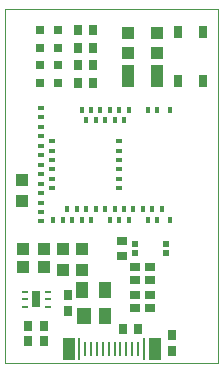
<source format=gtp>
G75*
%MOIN*%
%OFA0B0*%
%FSLAX25Y25*%
%IPPOS*%
%LPD*%
%AMOC8*
5,1,8,0,0,1.08239X$1,22.5*
%
%ADD10C,0.00000*%
%ADD11R,0.04252X0.04134*%
%ADD12R,0.04134X0.04252*%
%ADD13R,0.02913X0.03642*%
%ADD14R,0.03642X0.02913*%
%ADD15R,0.04134X0.07283*%
%ADD16R,0.00984X0.07283*%
%ADD17R,0.00984X0.04921*%
%ADD18R,0.03937X0.05669*%
%ADD19R,0.04724X0.05669*%
%ADD20R,0.03150X0.03150*%
%ADD21R,0.03543X0.02756*%
%ADD22R,0.02756X0.03543*%
%ADD23R,0.02559X0.04134*%
%ADD24R,0.02165X0.02165*%
%ADD25R,0.01575X0.02362*%
%ADD26R,0.02362X0.01575*%
%ADD27R,0.02953X0.05315*%
%ADD28R,0.02362X0.00787*%
%ADD29R,0.04331X0.07480*%
D10*
X0029754Y0037982D02*
X0029754Y0156093D01*
X0100620Y0156093D01*
X0100620Y0037982D01*
X0029754Y0037982D01*
D11*
X0049046Y0069183D03*
X0049046Y0076073D03*
X0055345Y0076073D03*
X0055345Y0069183D03*
X0035266Y0092018D03*
X0035266Y0098907D03*
X0070699Y0141230D03*
X0070699Y0148120D03*
X0080148Y0148120D03*
X0080148Y0141230D03*
D12*
X0042648Y0076171D03*
X0042648Y0069872D03*
X0035758Y0069872D03*
X0035758Y0076171D03*
D13*
X0050620Y0060620D03*
X0050620Y0055502D03*
X0042746Y0050384D03*
X0042746Y0045266D03*
X0037235Y0045266D03*
X0037235Y0050384D03*
X0085266Y0047234D03*
X0085266Y0042116D03*
D14*
X0077983Y0056486D03*
X0077983Y0060817D03*
X0077983Y0065541D03*
X0077983Y0069872D03*
X0072864Y0069872D03*
X0072864Y0065541D03*
X0072864Y0060817D03*
X0072864Y0056486D03*
D15*
X0079518Y0042785D03*
X0050857Y0042785D03*
D16*
X0054361Y0042785D03*
X0076014Y0042785D03*
D17*
X0074046Y0042785D03*
X0072077Y0042785D03*
X0070109Y0042785D03*
X0068140Y0042785D03*
X0066172Y0042785D03*
X0064203Y0042785D03*
X0062235Y0042785D03*
X0060266Y0042785D03*
X0058298Y0042785D03*
X0056329Y0042785D03*
D18*
X0062825Y0053730D03*
X0062825Y0062392D03*
X0055345Y0062392D03*
D19*
X0056132Y0053730D03*
D20*
X0047471Y0131289D03*
X0047471Y0137195D03*
X0047471Y0143100D03*
X0047471Y0149006D03*
X0041172Y0149006D03*
X0041172Y0143100D03*
X0041172Y0137195D03*
X0041172Y0131289D03*
D21*
X0068731Y0078730D03*
X0068731Y0073612D03*
D22*
X0068927Y0049400D03*
X0074046Y0049400D03*
X0059085Y0131289D03*
X0053967Y0131289D03*
X0053967Y0137195D03*
X0059085Y0137195D03*
X0059085Y0143100D03*
X0053967Y0143100D03*
X0053967Y0149006D03*
X0059085Y0149006D03*
D23*
X0087333Y0148514D03*
X0095798Y0148514D03*
X0095798Y0132175D03*
X0087333Y0132175D03*
D24*
X0083396Y0077648D03*
X0083396Y0074695D03*
X0072963Y0074695D03*
X0072963Y0077648D03*
D25*
X0070896Y0085817D03*
X0067746Y0085817D03*
X0064597Y0085817D03*
X0066172Y0089360D03*
X0069321Y0089360D03*
X0072471Y0089360D03*
X0075620Y0089360D03*
X0077195Y0085817D03*
X0080345Y0085817D03*
X0081920Y0089360D03*
X0078770Y0089360D03*
X0084675Y0085817D03*
X0063022Y0089360D03*
X0059872Y0089360D03*
X0056723Y0089360D03*
X0058298Y0085817D03*
X0055148Y0085817D03*
X0051998Y0085817D03*
X0048849Y0085817D03*
X0045699Y0085817D03*
X0050423Y0089360D03*
X0053573Y0089360D03*
X0056723Y0118888D03*
X0059872Y0118888D03*
X0063022Y0118888D03*
X0066172Y0118888D03*
X0069321Y0118888D03*
X0067746Y0122431D03*
X0064597Y0122431D03*
X0061447Y0122431D03*
X0058298Y0122431D03*
X0055148Y0122431D03*
X0070896Y0122431D03*
X0077195Y0122431D03*
X0080345Y0122431D03*
X0084675Y0122431D03*
D26*
X0067746Y0111998D03*
X0067746Y0108848D03*
X0067746Y0105699D03*
X0067746Y0102549D03*
X0067746Y0099400D03*
X0067746Y0096250D03*
X0045305Y0096250D03*
X0045305Y0099400D03*
X0045305Y0102549D03*
X0045305Y0105699D03*
X0045305Y0108848D03*
X0045305Y0111998D03*
X0041762Y0110423D03*
X0041762Y0107274D03*
X0041762Y0104124D03*
X0041762Y0100974D03*
X0041762Y0097825D03*
X0041762Y0094675D03*
X0041762Y0091526D03*
X0041762Y0088376D03*
X0041762Y0085226D03*
X0041762Y0113573D03*
X0041762Y0116722D03*
X0041762Y0119872D03*
X0041762Y0123022D03*
D27*
X0039990Y0059242D03*
D28*
X0036152Y0059242D03*
X0036152Y0056683D03*
X0036152Y0061801D03*
X0043829Y0061801D03*
X0043829Y0059242D03*
X0043829Y0056683D03*
D29*
X0070502Y0133652D03*
X0080345Y0133652D03*
M02*

</source>
